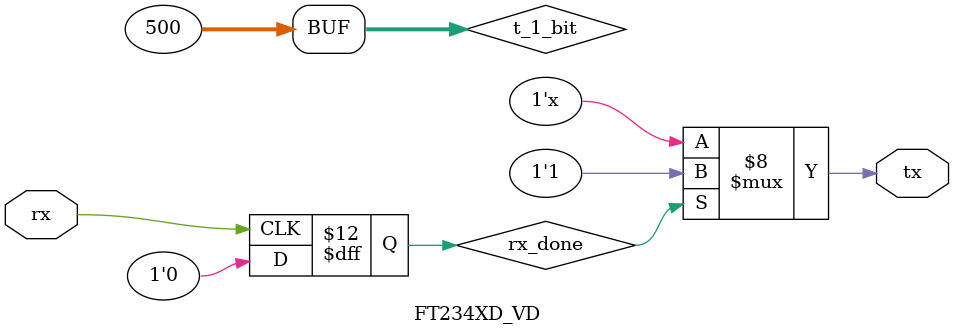
<source format=v>
`timescale 1ns / 1ps


module FT234XD_VD(
     input rx,
     output reg tx

    );
    
integer t_1_bit;
reg start_bit, stop_bit, rx_done;
reg [7:0] rx_data;

initial
begin

   t_1_bit = 500;
   rx_data = 8'd00;
   rx_done = 0;
   start_bit = 0;
   tx = 1;
  

end


always @(posedge rx)
    begin
        rx_data = 8'd00;
        rx_done = 0;
        #(t_1_bit/2) start_bit = rx;
        if ( start_bit ==0 )
        begin
            #(t_1_bit) rx_data[0] = rx;
            #(t_1_bit) rx_data[1] = rx;
            #(t_1_bit) rx_data[2] = rx;
            #(t_1_bit) rx_data[3] = rx;
            #(t_1_bit) rx_data[4] = rx;
            #(t_1_bit) rx_data[5] = rx;
            #(t_1_bit) rx_data[6] = rx;
            #(t_1_bit) rx_data[7] = rx;
            #(t_1_bit) stop_bit = rx;
            #(t_1_bit) 
            if ( stop_bit== 1)
            begin
                rx_done = 1;
            end else begin
                rx_done = 0;
            end
        end  
    end                    
      
 always @(rx_done)
     begin
        if (rx_done == 1)
        begin
            tx = 0;
            #(t_1_bit)
            tx = rx_data[0];
            #(t_1_bit)
            tx = rx_data[1]; 
            #(t_1_bit)
            tx = rx_data[2]; 
            #(t_1_bit)
            tx = rx_data[3]; 
            #(t_1_bit)
            tx = rx_data[4]; 
            #(t_1_bit)
            tx = rx_data[5]; 
            #(t_1_bit)
            tx = rx_data[6]; 
            #(t_1_bit)
            tx = rx_data[7];       
            #(t_1_bit)
            tx = 1;
            #(t_1_bit)
            tx=1;
        end
     end    


endmodule

</source>
